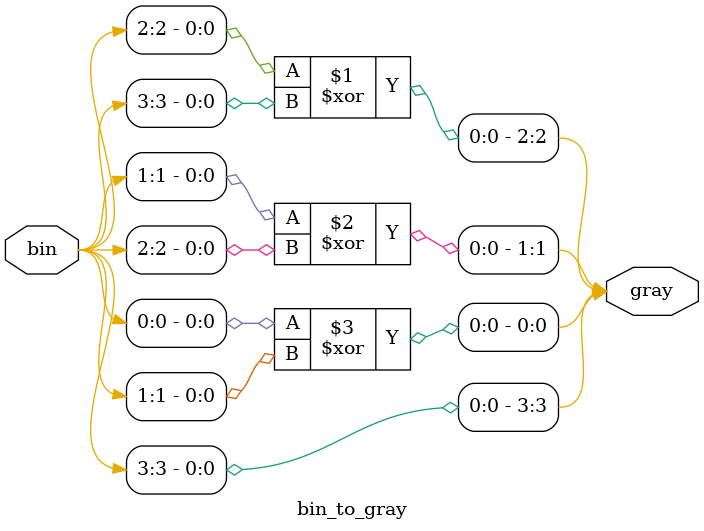
<source format=v>
module bin_to_gray #(parameter n = 4) (bin,gray) ;

input [n-1:0] bin ; 
output [n-1:0] gray ; 

assign gray[n-1] = bin [n-1] ;

genvar i ;
generate 
    for (i=n-2;i>=0;i=i-1)
        begin :bn_to_gr_gen
            assign gray[i] = bin[i] ^ bin[i+1] ; 
        end 
endgenerate 

endmodule
/*
module bin_to_gray #(parameter n = 4 ) (bin,gray) ;

input [n-1:0] bin ;
output reg [n-1:0] gray ;

always @(bin) 
    begin   
        gray[n-1] = bin[n-1] ; 
        gray[n-2:0] = bin[n-1:1] ^ bin[n-2:0] ; // xor tung bit mot  
    end 

endmodule 
*/

</source>
